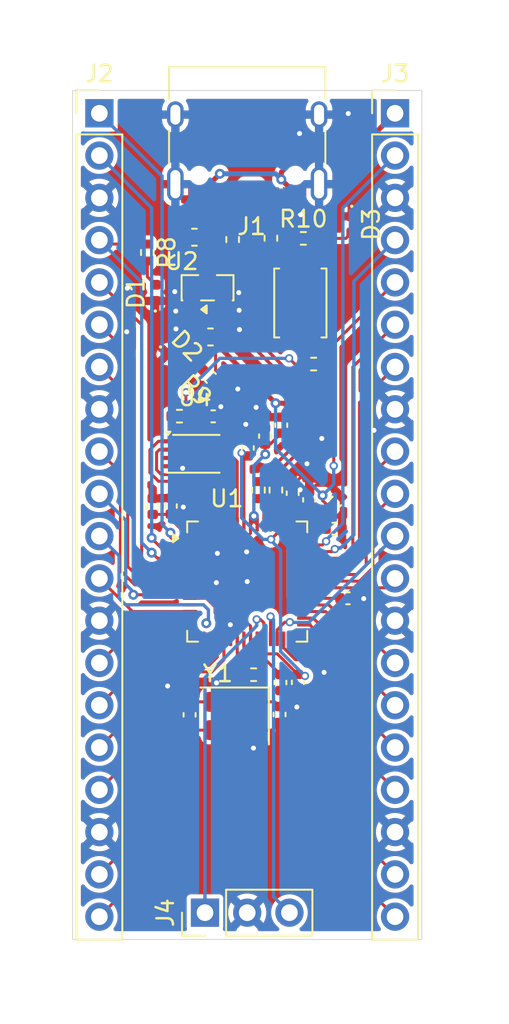
<source format=kicad_pcb>
(kicad_pcb (version 20241229) (generator "pcbnew") (generator_version "9.0")
  (layers (0 "F.Cu" signal) (2 "B.Cu" signal) (13 "F.Paste" user) (15 "B.Paste" user) (5 "F.SilkS" user "F.Silkscreen") (7 "B.SilkS" user "B.Silkscreen") (1 "F.Mask" user) (3 "B.Mask" user) (25 "Edge.Cuts" user))
  (net 0 "")
  (net 1 "GND")
  (net 2 "+3V3")
  (net 3 "+1V1")
  (net 4 "VBUS")
  (net 5 "XIN")
  (net 6 "Net-(C16-Pad2)")
  (net 7 "Net-(J1-CC2)")
  (net 8 "USB_D-")
  (net 9 "Net-(J1-CC1)")
  (net 10 "USB_D+")
  (net 11 "GPIO15")
  (net 12 "GPIO11")
  (net 13 "GPIO7")
  (net 14 "GPIO8")
  (net 15 "GPIO2")
  (net 16 "GPIO1")
  (net 17 "GPIO6")
  (net 18 "GPIO13")
  (net 19 "GPIO9")
  (net 20 "GPIO3")
  (net 21 "GPIO4")
  (net 22 "GPIO12")
  (net 23 "GPIO5")
  (net 24 "GPIO10")
  (net 25 "GPIO14")
  (net 26 "GPIO0")
  (net 27 "GPIO23")
  (net 28 "GPIO20")
  (net 29 "GPIO17")
  (net 30 "GPIO28_ADC2")
  (net 31 "GPIO21")
  (net 32 "GPIO18")
  (net 33 "GPIO19")
  (net 34 "GPIO16")
  (net 35 "GPIO26_ADC0")
  (net 36 "GPIO22")
  (net 37 "GPIO29_ADC3")
  (net 38 "GPIO24")
  (net 39 "RUN")
  (net 40 "GPIO27_ADC1")
  (net 41 "SWCLK")
  (net 42 "SWD")
  (net 43 "Net-(U1-USB_DP)")
  (net 44 "Net-(U1-USB_DM)")
  (net 45 "XOUT")
  (net 46 "Net-(R6-Pad1)")
  (net 47 "QSPI_SS")
  (net 49 "QSPI_SD2")
  (net 50 "QSPI_SD0")
  (net 51 "QSPI_SD3")
  (net 52 "QSPI_SD1")
  (net 53 "QSPI_SCLK")
  (net 54 "Net-(D1-A)")
  (net 55 "Net-(D2-A)")
  (net 56 "Net-(D3-A)")
  (footprint "Capacitor_SMD:C_0402_1005Metric" (layer "F.Cu") (at 178.83 76.18)
    (property "Reference" "C7" (hide yes))
    (property "Value" "0.1uF" (hide yes))
  )
  (footprint "Capacitor_SMD:C_0402_1005Metric" (layer "F.Cu") (at 174.72 83.16 90)
    (property "Reference" "C16" (hide yes))
    (property "Value" "33pF" (hide yes))
  )
  (footprint "Package_TO_SOT_SMD:SOT-23" (layer "F.Cu") (at 170.39 57.5275 90)
    (property "Reference" "U2")
    (property "Value" "MCP1700x-330xxTT" (hide yes))
  )
  (footprint "Capacitor_SMD:C_0402_1005Metric" (layer "F.Cu") (at 173.85 66.44 90)
    (property "Reference" "C4" (hide yes))
    (property "Value" "0.1uF" (hide yes))
  )
  (footprint "Capacitor_SMD:C_0603_1608Metric" (layer "F.Cu") (at 170.565 60.4825 180)
    (property "Reference" "C14" (hide yes))
    (property "Value" "10uF" (hide yes))
  )
  (footprint "Capacitor_SMD:C_0402_1005Metric" (layer "F.Cu") (at 178 72)
    (property "Reference" "C2" (hide yes))
    (property "Value" "0.1uF" (hide yes))
  )
  (footprint "Resistor_SMD:R_0402_1005Metric" (layer "F.Cu") (at 171.9 54.63 -90)
    (property "Reference" "R2" (hide yes))
    (property "Value" "5.1K" (hide yes))
  )
  (footprint "LED_SMD:LED_0402_1005Metric" (layer "F.Cu") (at 179.06 53.72 -90)
    (property "Reference" "D3")
    (property "Value" "LED")
  )
  (footprint "Capacitor_SMD:C_0402_1005Metric" (layer "F.Cu") (at 175.82 81.23 -90)
    (property "Reference" "C11" (hide yes))
    (property "Value" "0.1uF" (hide yes))
  )
  (footprint "Capacitor_SMD:C_0402_1005Metric" (layer "F.Cu") (at 167.09 70.66 90)
    (property "Reference" "C5" (hide yes))
    (property "Value" "0.1uF" (hide yes))
  )
  (footprint "LED_SMD:LED_0402_1005Metric" (layer "F.Cu") (at 167.25 57.83 90)
    (property "Reference" "D1")
    (property "Value" "LED")
  )
  (footprint "Capacitor_SMD:C_0402_1005Metric" (layer "F.Cu") (at 175.51 69.87 90)
    (property "Reference" "C12" (hide yes))
    (property "Value" "0.1uF" (hide yes))
  )
  (footprint "Capacitor_SMD:C_0402_1005Metric" (layer "F.Cu") (at 170.73 65.25)
    (property "Reference" "C17" (hide yes))
    (property "Value" "0.1uF" (hide yes))
  )
  (footprint "Capacitor_SMD:C_0402_1005Metric" (layer "F.Cu") (at 168.18 70.64 90)
    (property "Reference" "C6" (hide yes))
    (property "Value" "0.1uF" (hide yes))
  )
  (footprint "Capacitor_SMD:C_0402_1005Metric" (layer "F.Cu") (at 172.81 67.15 90)
    (property "Reference" "C10" (hide yes))
    (property "Value" "1uF" (hide yes))
  )
  (footprint "Resistor_SMD:R_0402_1005Metric" (layer "F.Cu") (at 176.15 54.56)
    (property "Reference" "R10")
    (property "Value" "1k")
  )
  (footprint "Resistor_SMD:R_0402_1005Metric" (layer "F.Cu") (at 176.77 62.11 180)
    (property "Reference" "R6" (hide yes))
    (property "Value" "1K" (hide yes))
  )
  (footprint "Resistor_SMD:R_0402_1005Metric" (layer "F.Cu") (at 174.2 54.55 -90)
    (property "Reference" "R1" (hide yes))
    (property "Value" "5.1K" (hide yes))
  )
  (footprint "Connector_PinHeader_2.54mm:PinHeader_1x20_P2.54mm_Vertical" (layer "F.Cu") (at 181.665 47.045)
    (property "Reference" "J3")
    (property "Value" "Conn_01x20")
  )
  (footprint "Resistor_SMD:R_0402_1005Metric" (layer "F.Cu") (at 170.51 62.86 135)
    (property "Reference" "R9")
    (property "Value" "330")
  )
  (footprint "Resistor_SMD:R_0402_1005Metric" (layer "F.Cu") (at 174.5 69.68 -90)
    (property "Reference" "R4" (hide yes))
    (property "Value" "27" (hide yes))
  )
  (footprint "Button_Switch_SMD:SW_Push_SPST_NO_Alps_SKRK" (layer "F.Cu") (at 175.97 58.44 -90)
    (property "Reference" "SW1" (hide yes))
    (property "Value" "SW_Push" (hide yes))
  )
  (footprint "Capacitor_SMD:C_0402_1005Metric" (layer "F.Cu") (at 178.089411 70.410589 45)
    (property "Reference" "C1" (hide yes))
    (property "Value" "1uF" (hide yes))
  )
  (footprint "Connector_USB:USB_C_Receptacle_HRO_TYPE-C-31-M-12" (layer "F.Cu") (at 172.775 48.175 180)
    (property "Reference" "J1")
    (property "Value" "USB_C_Receptacle_USB2.0_14P")
  )
  (footprint "Capacitor_SMD:C_0603_1608Metric" (layer "F.Cu") (at 169.6 54.49 180)
    (property "Reference" "C13" (hide yes))
    (property "Value" "10uF" (hide yes))
  )
  (footprint "Capacitor_SMD:C_0402_1005Metric" (layer "F.Cu") (at 174.82 65.78 90)
    (property "Reference" "C9" (hide yes))
    (property "Value" "0.1uF" (hide yes))
  )
  (footprint "Capacitor_SMD:C_0402_1005Metric" (layer "F.Cu") (at 169.31 83.18 -90)
    (property "Reference" "C15" (hide yes))
    (property "Value" "33pF" (hide yes))
  )
  (footprint "Package_DFN_QFN:QFN-56-1EP_7x7mm_P0.4mm_EP3.2x3.2mm" (layer "F.Cu") (at 172.775 75.175)
    (property "Reference" "U1")
    (property "Value" "RP2040" (hide yes))
  )
  (footprint "Capacitor_SMD:C_0402_1005Metric" (layer "F.Cu") (at 174.77 81.24 -90)
    (property "Reference" "C8" (hide yes))
    (property "Value" "0.1uF" (hide yes))
  )
  (footprint "Resistor_SMD:R_0402_1005Metric" (layer "F.Cu") (at 173.16 80.77 180)
    (property "Reference" "R5" (hide yes))
    (property "Value" "1K" (hide yes))
  )
  (footprint "Capacitor_SMD:C_0402_1005Metric" (layer "F.Cu") (at 176.5 70.27 90)
    (property "Reference" "C3" (hide yes))
    (property "Value" "0.1uF" (hide yes))
  )
  (footprint "LED_SMD:LED_0402_1005Metric" (layer "F.Cu") (at 168.33 61.85 -45)
    (property "Reference" "D2")
    (property "Value" "LED")
  )
  (footprint "Connector_PinHeader_2.54mm:PinHeader_1x03_P2.54mm_Vertical" (layer "F.Cu") (at 170.235 95.065 90)
    (property "Reference" "J4")
    (property "Value" "Conn_01x03" (hide yes))
  )
  (footprint "Connector_PinHeader_2.54mm:PinHeader_1x20_P2.54mm_Vertical" (layer "F.Cu") (at 163.885 47.045)
    (property "Reference" "J2")
    (property "Value" "Conn_01x20")
  )
  (footprint "Resistor_SMD:R_0402_1005Metric" (layer "F.Cu") (at 166.77 55.41 -90)
    (property "Reference" "R8")
    (property "Value" "330")
  )
  (footprint "Package_SON:Winbond_USON-8-1EP_3x2mm_P0.5mm_EP0.2x1.6mm" (layer "F.Cu") (at 169.5 67.5)
    (property "Reference" "U4")
    (property "Value" "W25Q16JVUXIQ TR")
  )
  (footprint "Resistor_SMD:R_0402_1005Metric" (layer "F.Cu") (at 173.45 69.68 -90)
    (property "Reference" "R3" (hide yes))
    (property "Value" "27" (hide yes))
  )
  (footprint "Resistor_SMD:R_0402_1005Metric" (layer "F.Cu") (at 168.7 65.24 180)
    (property "Reference" "R7" (hide yes))
    (property "Value" "10K" (hide yes))
  )
  (footprint "Crystal:Crystal_SMD_3225-4Pin_3.2x2.5mm" (layer "F.Cu") (at 172.02 83.25 180)
    (property "Reference" "Y1")
    (property "Value" "12 MHz" (hide yes))
  )
  (gr_rect (start 162.275 45.675) (end 183.275 96.675) (stroke (width 0.05)) (fill no) (layer "Edge.Cuts"))
  (segment (start 169.79 60.4825) (end 169.011606 60.4825) (width 0.18) (layer "F.Cu") (net 1))
  (segment (start 171.76 78.062226) (end 171.775 78.077226) (width 0.18) (layer "F.Cu") (net 1))
  (segment (start 170.92 82.4) (end 169.61 82.4) (width 0.18) (layer "F.Cu") (net 1))
  (segment (start 176.37 69.66) (end 176.5 69.79) (width 0.18) (layer "F.Cu") (net 1))
  (segment (start 178.428822 70.071178) (end 178.428822 71.948822) (width 0.18) (layer "F.Cu") (net 1))
  (segment (start 178.428822 71.948822) (end 178.48 72) (width 0.18) (layer "F.Cu") (net 1))
  (segment (start 176.9 69.39) (end 177.747644 69.39) (width 0.18) (layer "F.Cu") (net 1))
  (segment (start 168.89 68.37) (end 168.77 68.25) (width 0.18) (layer "F.Cu") (net 1))
  (segment (start 175.76 82.71) (end 175.76 81.77) (width 0.18) (layer "F.Cu") (net 1))
  (segment (start 176.5 69.79) (end 176.09 69.79) (width 0.18) (layer "F.Cu") (net 1))
  (segment (start 169.011606 60.4825) (end 167.987053 61.507053) (width 0.18) (layer "F.Cu") (net 1))
  (segment (start 171.19 64.67) (end 171.19 65.23) (width 0.18) (layer "F.Cu") (net 1))
  (segment (start 175.69 69.39) (end 175.96 69.66) (width 0.18) (layer "F.Cu") (net 1))
  (segment (start 173.12 84.1) (end 174.26 84.1) (width 0.18) (layer "F.Cu") (net 1))
  (segment (start 170.93 82.39) (end 170.92 82.4) (width 0.18) (layer "F.Cu") (net 1))
  (segment (start 176 53.14) (end 176 52.245) (width 0.18) (layer "F.Cu") (net 1))
  (segment (start 176.37 68.1) (end 176.37 69.66) (width 0.18) (layer "F.Cu") (net 1))
  (segment (start 168.93 70.7) (end 168.72 70.7) (width 0.18) (layer "F.Cu") (net 1))
  (segment (start 171.775 78.6125) (end 171.775 77.785) (width 0.18) (layer "F.Cu") (net 1))
  (segment (start 176.37 68.53) (end 175.51 69.39) (width 0.18) (layer "F.Cu") (net 1))
  (segment (start 171.775 77.785) (end 171.76 77.77) (width 0.18) (layer "F.Cu") (net 1))
  (segment (start 172.69 66.55) (end 172.81 66.67) (width 0.18) (layer "F.Cu") (net 1))
  (segment (start 176 52.245) (end 176.025 52.22) (width 0.18) (layer "F.Cu") (net 1))
  (segment (start 177.747644 69.39) (end 178.428822 70.071178) (width 0.18) (layer "F.Cu") (net 1))
  (segment (start 173.62 65.73) (end 173.85 65.96) (width 0.18) (layer "F.Cu") (net 1))
  (segment (start 174.78 81.71) (end 174.77 81.72) (width 0.18) (layer "F.Cu") (net 1))
  (segment (start 176.09 69.79) (end 175.96 69.66) (width 0.18) (layer "F.Cu") (net 1))
  (segment (start 170.93 81.26) (end 170.93 82.39) (width 0.18) (layer "F.Cu") (net 1))
  (segment (start 176.5 69.79) (end 176.9 69.39) (width 0.18) (layer "F.Cu") (net 1))
  (segment (start 179.78 76.2) (end 179.33 76.2) (width 0.18) (layer "F.Cu") (net 1))
  (segment (start 179.33 76.2) (end 179.31 76.18) (width 0.18) (layer "F.Cu") (net 1))
  (segment (start 173.31 65.42) (end 173.85 65.96) (width 0.18) (layer "F.Cu") (net 1))
  (segment (start 171.76 77.77) (end 171.76 78.062226) (width 0.18) (layer "F.Cu") (net 1))
  (segment (start 168.77 68.25) (end 168.075 68.25) (width 0.18) (layer "F.Cu") (net 1))
  (segment (start 169.61 82.4) (end 169.31 82.7) (width 0.18) (layer "F.Cu") (net 1))
  (segment (start 175.51 69.39) (end 175.69 69.39) (width 0.18) (layer "F.Cu") (net 1))
  (segment (start 175.82 81.71) (end 174.78 81.71) (width 0.18) (layer "F.Cu") (net 1))
  (segment (start 172.69 65.73) (end 173.62 65.73) (width 0.18) (layer "F.Cu") (net 1))
  (segment (start 173.31 64.71) (end 173.31 65.42) (width 0.18) (layer "F.Cu") (net 1))
  (segment (start 173.9 65.3) (end 174.82 65.3) (width 0.18) (layer "F.Cu") (net 1))
  (segment (start 172.69 65.73) (end 172.69 66.55) (width 0.18) (layer "F.Cu") (net 1))
  (segment (start 175.76 82.71) (end 174.77 81.72) (width 0.18) (layer "F.Cu") (net 1))
  (segment (start 171.19 65.23) (end 171.21 65.25) (width 0.18) (layer "F.Cu") (net 1))
  (segment (start 173.31 64.71) (end 173.9 65.3) (width 0.18) (layer "F.Cu") (net 1))
  (segment (start 174.26 84.1) (end 174.72 83.64) (width 0.18) (layer "F.Cu") (net 1))
  (segment (start 175.76 81.77) (end 175.82 81.71) (width 0.18) (layer "F.Cu") (net 1))
  (segment (start 176.37 68.1) (end 176.37 68.53) (width 0.18) (layer "F.Cu") (net 1))
  (segment (start 168.72 70.7) (end 168.18 70.16) (width 0.18) (layer "F.Cu") (net 1))
  (via (at 172.775 75.175) (size 0.6) (drill 0.3) (layers "F.Cu" "B.Cu") (net 1))
  (via (at 173.31 64.71) (size 0.6) (drill 0.3) (layers "F.Cu" "B.Cu") (net 1))
  (via (at 172.29 58.88) (size 0.6) (drill 0.3) (layers "F.Cu" "B.Cu") (net 1))
  (via (at 165.56 57.55) (size 0.6) (drill 0.3) (layers "F.Cu" "B.Cu") (net 1))
  (via (at 175.92 48.26) (size 0.6) (drill 0.3) (layers "F.Cu" "B.Cu") (net 1))
  (via (at 177.26 66.58) (size 0.6) (drill 0.3) (layers "F.Cu" "B.Cu") (net 1))
  (via (at 180.4 66.09) (size 0.6) (drill 0.3) (layers "F.Cu" "B.Cu") (net 1))
  (via (at 175.76 82.71) (size 0.6) (drill 0.3) (layers "F.Cu" "B.Cu") (net 1))
  (via (at 172.69 65.73) (size 0.6) (drill 0.3) (layers "F.Cu" "B.Cu") (net 1))
  (via (at 170.98 73.48) (size 0.6) (drill 0.3) (layers "F.Cu" "B.Cu") (net 1))
  (via (at 173.15 85.18) (size 0.6) (drill 0.3) (layers "F.Cu" "B.Cu") (net 1))
  (via (at 172.74 73.39) (size 0.5) (drill 0.3) (layers "F.Cu" "B.Cu") (net 1))
  (via (at 170.93 81.26) (size 0.6) (drill 0.3) (layers "F.Cu" "B.Cu") (net 1))
  (via (at 177.4 80.63) (size 0.6) (drill 0.3) (layers "F.Cu" "B.Cu") (net 1))
  (via (at 176 53.14) (size 0.6) (drill 0.3) (layers "F.Cu" "B.Cu") (net 1))
  (via (at 165.53 60.17) (size 0.6) (drill 0.3) (layers "F.Cu" "B.Cu") (net 1))
  (via (at 170.92 75.24) (size 0.6) (drill 0.3) (layers "F.Cu" "B.Cu") (net 1))
  (via (at 168.48 58.93) (size 0.6) (drill 0.3) (layers "F.Cu" "B.Cu") (net 1))
  (via (at 172.21 63.61) (size 0.6) (drill 0.3) (layers "F.Cu" "B.Cu") (net 1))
  (via (at 179.78 76.2) (size 0.6) (drill 0.3) (layers "F.Cu" "B.Cu") (net 1))
  (via (at 168.42 57.76) (size 0.6) (drill 0.3) (layers "F.Cu" "B.Cu") (net 1))
  (via (at 168.49 60) (size 0.6) (drill 0.3) (layers "F.Cu" "B.Cu") (net 1))
  (via (at 171.19 64.67) (size 0.6) (drill 0.3) (layers "F.Cu" "B.Cu") (net 1))
  (via (at 178.85 47.06) (size 0.6) (drill 0.3) (layers "F.Cu" "B.Cu") (net 1))
  (via (at 176.37 68.1) (size 0.6) (drill 0.3) (layers "F.Cu" "B.Cu") (net 1))
  (via (at 172.27 57.82) (size 0.6) (drill 0.3) (layers "F.Cu" "B.Cu") (net 1))
  (via (at 172.31 60.04) (size 0.6) (drill 0.3) (layers "F.Cu" "B.Cu") (net 1))
  (via (at 167.99 81.45) (size 0.6) (drill 0.3) (layers "F.Cu" "B.Cu") (net 1))
  (via (at 171.76 77.77) (size 0.5) (drill 0.3) (layers "F.Cu" "B.Cu") (net 1))
  (via (at 168.93 70.7) (size 0.5) (drill 0.3) (layers "F.Cu" "B.Cu") (net 1))
  (via (at 168.89 68.37) (size 0.6) (drill 0.3) (layers "F.Cu" "B.Cu") (net 1))
  (via (at 175.96 69.66) (size 0.5) (drill 0.3) (layers "F.Cu" "B.Cu") (net 1))
  (segment (start 172.21 63.61) (end 173.31 64.71) (width 0.2) (layer "B.Cu") (net 1))
  (segment (start 170.69 72.575) (end 170.09 72.575) (width 0.18) (layer "F.Cu") (net 2))
  (segment (start 171.34 58.465) (end 171.34 59.57) (width 0.3) (layer "F.Cu") (net 2))
  (segment (start 173.85 66.92) (end 173.85 67.52) (width 0.18) (layer "F.Cu") (net 2))
  (segment (start 177.22 76.18) (end 178.35 76.18) (width 0.18) (layer "F.Cu") (net 2))
  (segment (start 177.215 76.175) (end 177.22 76.18) (width 0.18) (layer "F.Cu") (net 2))
  (segment (start 170.31489 76.174) (end 170.841 76.70011) (width 0.18) (layer "F.Cu") (net 2))
  (segment (start 173.194346 63.905) (end 173.925 63.905) (width 0.3) (layer "F.Cu") (net 2))
  (segment (start 171.017 77.219) (end 172.339 77.219) (width 0.18) (layer "F.Cu") (net 2))
  (segment (start 175.375 71.7375) (end 174.975 71.7375) (width 0.18) (layer "F.Cu") (net 2))
  (segment (start 177.75 71.77) (end 177.52 72) (width 0.18) (layer "F.Cu") (net 2))
  (segment (start 172.975 77.855) (end 172.975 78.6125) (width 0.18) (layer "F.Cu") (net 2))
  (segment (start 170.870624 63.220624) (end 170.870624 60.951876) (width 0.18) (layer "F.Cu") (net 2))
  (segment (start 177.52 72) (end 176.7875 72) (width 0.18) (layer "F.Cu") (net 2))
  (segment (start 174.86826 66.26) (end 175.481 65.64726) (width 0.3) (layer "F.Cu") (net 2))
  (segment (start 177.977 60.893) (end 177.977 68.22) (width 0.18) (layer "F.Cu") (net 2))
  (segment (start 176.5 70.75) (end 177.75 70.75) (width 0.18) (layer "F.Cu") (net 2))
  (segment (start 173.175 71.237667) (end 173.175 71.5375) (width 0.18) (layer "F.Cu") (net 2))
  (segment (start 173.28 79.92) (end 173.93 79.92) (width 0.18) (layer "F.Cu") (net 2))
  (segment (start 177.306527 70.306527) (end 177.75 70.75) (width 0.18) (layer "F.Cu") (net 2))
  (segment (start 169.871774 76.174) (end 170.31489 76.174) (width 0.18) (layer "F.Cu") (net 2))
  (segment (start 172.975 78.6125) (end 172.975 79.615) (width 0.18) (layer "F.Cu") (net 2))
  (segment (start 167.09 71.14) (end 168.16 71.14) (width 0.18) (layer "F.Cu") (net 2))
  (segment (start 173.175 71.5375) (end 172.975 71.7375) (width 0.18) (layer "F.Cu") (net 2))
  (segment (start 175.677226 72.575) (end 176.2125 72.575) (width 0.18) (layer "F.Cu") (net 2))
  (segment (start 171.291 59.521) (end 171.34 59.57) (width 0.18) (layer "F.Cu") (net 2))
  (segment (start 178.84 60.03) (end 177.977 60.893) (width 0.18) (layer "F.Cu") (net 2))
  (segment (start 175.545 76.175) (end 175.474 76.104) (width 0.18) (layer "F.Cu") (net 2))
  (segment (start 170.925 66.75) (end 171.841 65.834) (width 0.3) (layer "F.Cu") (net 2))
  (segment (start 175.474 76.104) (end 175.474 72.778226) (width 0.18) (layer "F.Cu") (net 2))
  (segment (start 170.24 65.24) (end 170.25 65.25) (width 0.18) (layer "F.Cu") (net 2))
  (segment (start 174.16 66.92) (end 174.82 66.26) (width 0.18) (layer "F.Cu") (net 2))
  (segment (start 169.872774 76.175) (end 169.871774 76.174) (width 0.18) (layer "F.Cu") (net 2))
  (segment (start 168.18 71.12) (end 168.18 71.4175) (width 0.18) (layer "F.Cu") (net 2))
  (segment (start 170.25 66.075) (end 170.925 66.75) (width 0.18) (layer "F.Cu") (net 2))
  (segment (start 177.306527 70.002622) (end 177.306527 70.306527) (width 0.18) (layer "F.Cu") (net 2))
  (segment (start 175.474 72.778226) (end 175.677226 72.575) (width 0.18) (layer "F.Cu") (net 2))
  (segment (start 170.25 65.25) (end 170.25 66.075) (width 0.18) (layer "F.Cu") (net 2))
  (segment (start 173.93 79.92) (end 174.77 80.76) (width 0.18) (layer "F.Cu") (net 2))
  (segment (start 173.85 67.52) (end 173.860565 67.530565) (width 0.18) (layer "F.Cu") (net 2))
  (segment (start 176.7875 72) (end 176.2125 72.575) (width 0.18) (layer "F.Cu") (net 2))
  (segment (start 173.175 71.5375) (end 173.375 71.7375) (width 0.18) (layer "F.Cu") (net 2))
  (segment (start 172.672774 72.575) (end 172.975 72.272774) (width 0.18) (layer "F.Cu") (net 2))
  (segment (start 176.2125 76.175) (end 175.545 76.175) (width 0.18) (layer "F.Cu") (net 2))
  (segment (start 168.16 71.14) (end 168.18 71.12) (width 0.18) (layer "F.Cu") (net 2))
  (segment (start 181.665 57.205) (end 178.84 60.03) (width 0.18) (layer "F.Cu") (net 2))
  (segment (start 175.481 64.95274) (end 174.98826 64.46) (width 0.3) (layer "F.Cu") (net 2))
  (segment (start 177.75 70.75) (end 177.75 71.77) (width 0.18) (layer "F.Cu") (net 2))
  (segment (start 168.18 71.4175) (end 169.3375 72.575) (width 0.18) (layer "F.Cu") (net 2))
  (segment (start 170.09 75.957774) (end 170.09 72.575) (width 0.18) (layer "F.Cu") (net 2))
  (segment (start 172.339 77.219) (end 172.975 77.855) (width 0.18) (layer "F.Cu") (net 2))
  (segment (start 170.841 77.043) (end 171.017 77.219) (width 0.18) (layer "F.Cu") (net 2))
  (segment (start 169.872774 76.175) (end 170.09 75.957774) (width 0.18) (layer "F.Cu") (net 2))
  (segment (start 174.82 66.26) (end 174.86826 66.26) (width 0.3) (layer "F.Cu") (net 2))
  (segment (start 170.841 76.70011) (end 170.841 77.043) (width 0.18) (layer "F.Cu") (net 2))
  (segment (start 173.85 66.92) (end 174.16 66.92) (width 0.18) (layer "F.Cu") (net 2))
  (segment (start 175.481 65.64726) (end 175.481 64.95274) (width 0.3) (layer "F.Cu") (net 2))
  (segment (start 171.34 60.4825) (end 171.34 61.32) (width 0.3) (layer "F.Cu") (net 2))
  (segment (start 176.5 70.75) (end 176.3625 70.75) (width 0.18) (layer "F.Cu") (net 2))
  (segment (start 171.841 65.258346) (end 173.194346 63.905) (width 0.3) (layer "F.Cu") (net 2))
  (segment (start 172.672774 72.575) (end 170.69 72.575) (width 0.18) (layer "F.Cu") (net 2))
  (segment (start 172.975 72.272774) (end 172.975 71.7375) (width 0.18) (layer "F.Cu") (net 2))
  (segment (start 172.975 79.615) (end 173.28 79.92) (width 0.18) (layer "F.Cu") (net 2))
  (segment (start 170.09 72.575) (end 169.3375 72.575) (width 0.18) (layer "F.Cu") (net 2))
  (segment (start 170.870624 60.951876) (end 171.34 60.4825) (width 0.18) (layer "F.Cu") (net 2))
  (segment (start 176.3625 70.75) (end 175.375 71.7375) (width 0.18) (layer "F.Cu") (net 2))
  (segment (start 169.21 65.24) (end 170.24 65.24) (width 0.18) (layer "F.Cu") (net 2))
  (segment (start 171.841 65.834) (end 171.841 65.258346) (width 0.3) (layer "F.Cu") (net 2))
  (segment (start 173.925 63.905) (end 174.48 64.46) (width 0.3) (layer "F.Cu") (net 2))
  (segment (start 171.34 59.57) (end 171.34 60.4825) (width 0.3) (layer "F.Cu") (net 2))
  (segment (start 174.98826 64.46) (end 174.48 64.46) (width 0.3) (layer "F.Cu") (net 2))
  (segment (start 169.3375 76.175) (end 169.872774 76.175) (width 0.18) (layer "F.Cu") (net 2))
  (segment (start 171.34 61.32) (end 173.925 63.905) (width 0.3) (layer "F.Cu") (net 2))
  (segment (start 176.2125 76.175) (end 177.215 76.175) (width 0.18) (layer "F.Cu") (net 2))
  (via (at 177.977 68.22) (size 0.5) (drill 0.3) (layers "F.Cu" "B.Cu") (net 2))
  (via (at 173.860565 67.530565) (size 0.6) (drill 0.3) (layers "F.Cu" "B.Cu") (net 2))
  (via (at 173.175 71.237667) (size 0.6) (drill 0.3) (layers "F.Cu" "B.Cu") (net 2))
  (via (at 177.306527 70.002622) (size 0.6) (drill 0.3) (layers "F.Cu" "B.Cu") (net 2))
  (via (at 174.48 64.46) (size 0.6) (drill 0.3) (layers "F.Cu" "B.Cu") (net 2))
  (segment (start 177.977 68.22) (end 177.977 69.332149) (width 0.2) (layer "B.Cu") (net 2))
  (segment (start 174.48 67.176095) (end 177.306527 70.002622) (width 0.2) (layer "B.Cu") (net 2))
  (segment (start 177.977 69.332149) (end 177.306527 70.002622) (width 0.2) (layer "B.Cu") (net 2))
  (segment (start 173.175 68.21613) (end 173.175 71.237667) (width 0.2) (layer "B.Cu") (net 2))
  (segment (start 173.175 68.21613) (end 173.860565 67.530565) (width 0.2) (layer "B.Cu") (net 2))
  (segment (start 174.48 64.46) (end 174.48 67.176095) (width 0.2) (layer "B.Cu") (net 2))
  (segment (start 176.245 80.845) (end 175.915 80.845) (width 0.18) (layer "F.Cu") (net 3))
  (segment (start 175.28 70.35) (end 174.575 71.055) (width 0.18) (layer "F.Cu") (net 3))
  (segment (start 174.575 71.055) (end 174.575 71.7375) (width 0.18) (layer "F.Cu") (net 3))
  (segment (start 173.376 79.226) (end 173.376 79.148774) (width 0.18) (layer "F.Cu") (net 3))
  (segment (start 175.82 80.75) (end 174.589 79.519) (width 0.18) (layer "F.Cu") (net 3))
  (segment (start 175.915 80.845) (end 175.82 80.75) (width 0.18) (layer "F.Cu") (net 3))
  (segment (start 175.51 70.35) (end 175.28 70.35) (width 0.18) (layer "F.Cu") (net 3))
  (segment (start 172.632266 67.452266) (end 172.81 67.63) (width 0.18) (layer "F.Cu") (net 3))
  (segment (start 174.575 71.7375) (end 174.575 72.275) (width 0.18) (layer "F.Cu") (net 3))
  (segment (start 172.575 71.011) (end 172.576 71.01) (width 0.18) (layer "F.Cu") (net 3))
  (segment (start 172.576 67.824) (end 172.576 71.01) (width 0.18) (layer "F.Cu") (net 3))
  (segment (start 172.437983 67.452266) (end 172.632266 67.452266) (width 0.18) (layer "F.Cu") (net 3))
  (segment (start 173.375 79.225) (end 173.376 79.226) (width 0.18) (layer "F.Cu") (net 3))
  (segment (start 172.575 71.7375) (end 172.575 71.011) (width 0.18) (layer "F.Cu") (net 3))
  (segment (start 172.77 67.63) (end 172.576 67.824) (width 0.18) (layer "F.Cu") (net 3))
  (segment (start 174.589 79.519) (end 173.669 79.519) (width 0.18) (layer "F.Cu") (net 3))
  (segment (start 174.575 72.275) (end 174.21 72.64) (width 0.18) (layer "F.Cu") (net 3))
  (segment (start 173.669 79.519) (end 173.376 79.226) (width 0.18) (layer "F.Cu") (net 3))
  (segment (start 173.375 78.6125) (end 173.375 79.225) (width 0.18) (layer "F.Cu") (net 3))
  (segment (start 172.576 71.01) (end 172.576 71.201226) (width 0.18) (layer "F.Cu") (net 3))
  (segment (start 172.81 67.63) (end 172.77 67.63) (width 0.18) (layer "F.Cu") (net 3))
  (via (at 176.245 80.845) (size 0.5) (drill 0.3) (layers "F.Cu" "B.Cu") (net 3))
  (via (at 172.437983 67.452266) (size 0.5) (drill 0.3) (layers "F.Cu" "B.Cu") (net 3))
  (via (at 174.21 72.64) (size 0.5) (drill 0.3) (layers "F.Cu" "B.Cu") (net 3))
  (segment (start 174.786589 73.286532) (end 174.21 72.709943) (width 0.2) (layer "B.Cu") (net 3))
  (segment (start 172.437983 71.350593) (end 172.437983 67.452266) (width 0.2) (layer "B.Cu") (net 3))
  (segment (start 174.21 72.709943) (end 174.21 72.64) (width 0.2) (layer "B.Cu") (net 3))
  (segment (start 176.245 80.845) (end 174.786589 79.386589) (width 0.2) (layer "B.Cu") (net 3))
  (segment (start 173.72739 72.64) (end 172.437983 71.350593) (width 0.2) (layer "B.Cu") (net 3))
  (segment (start 174.21 72.64) (end 173.72739 72.64) (width 0.2) (layer "B.Cu") (net 3))
  (segment (start 174.786589 79.386589) (end 174.786589 73.286532) (width 0.2) (layer "B.Cu") (net 3))
  (segment (start 174.82437 51.017833) (end 174.82437 50.588911) (width 0.3) (layer "F.Cu") (net 4))
  (segment (start 170.325 56.525) (end 170.39 56.59) (width 0.3) (layer "F.Cu") (net 4))
  (segment (start 175.225 54.145) (end 175.64 54.56) (width 0.18) (layer "F.Cu") (net 4))
  (segment (start 175.225 52.22) (end 174.989 51.984) (width 0.18) (layer "F.Cu") (net 4))
  (segment (start 174.82437 50.588911) (end 176.773281 48.64) (width 0.3) (layer "F.Cu") (net 4))
  (segment (start 170.275 56.3275) (end 170.57 56.6225) (width 0.18) (layer "F.Cu") (net 4))
  (segment (start 174.82437 51.017833) (end 175.225 51.418463) (width 0.3) (layer "F.Cu") (net 4))
  (segment (start 170.37 52.265) (end 170.325 52.22) (width 0.18) (layer "F.Cu") (net 4))
  (segment (start 170.325 51.485) (end 171.13 50.68) (width 0.3) (layer "F.Cu") (net 4))
  (segment (start 175.225 51.418463) (end 175.225 52.22) (width 0.3) (layer "F.Cu") (net 4))
  (segment (start 176.773281 48.64) (end 180.07 48.64) (width 0.3) (layer "F.Cu") (net 4))
  (segment (start 180.07 48.64) (end 181.665 47.045) (width 0.3) (layer "F.Cu") (net 4))
  (segment (start 170.325 52.22) (end 170.325 51.485) (width 0.3) (layer "F.Cu") (net 4))
  (segment (start 170.325 52.22) (end 170.325 56.525) (width 0.3) (layer "F.Cu") (net 4))
  (segment (start 175.225 52.22) (end 175.225 54.145) (width 0.18) (layer "F.Cu") (net 4))
  (via (at 174.82437 51.017833) (size 0.6) (drill 0.3) (layers "F.Cu" "B.Cu") (net 4))
  (via (at 171.13 50.68) (size 0.6) (drill 0.3) (layers "F.Cu" "B.Cu") (net 4))
  (segment (start 174.486537 50.68) (end 174.82437 51.017833) (width 0.3) (layer "B.Cu") (net 4))
  (segment (start 171.13 50.68) (end 174.486537 50.68) (width 0.3) (layer "B.Cu") (net 4))
  (segment (start 172 83.02) (end 172 80.37) (width 0.18) (layer "F.Cu") (net 5))
  (segment (start 170.92 84.1) (end 169.75 84.1) (width 0.18) (layer "F.Cu") (net 5))
  (segment (start 172.175 80.195) (end 172 80.37) (width 0.18) (layer "F.Cu") (net 5))
  (segment (start 172.175 78.6125) (end 172.175 80.195) (width 0.18) (layer "F.Cu") (net 5))
  (segment (start 170.92 84.1) (end 172 83.02) (width 0.18) (layer "F.Cu") (net 5))
  (segment (start 169.75 84.1) (end 169.31 83.66) (width 0.18) (layer "F.Cu") (net 5))
  (segment (start 174.44 82.4) (end 174.72 82.68) (width 0.18) (layer "F.Cu") (net 6))
  (segment (start 173.67 80.77) (end 173.67 81.85) (width 0.18) (layer "F.Cu") (net 6))
  (segment (start 173.12 82.4) (end 174.44 82.4) (width 0.18) (layer "F.Cu") (net 6))
  (segment (start 173.67 81.85) (end 173.12 82.4) (width 0.18) (layer "F.Cu") (net 6))
  (segment (start 171.9 54.12) (end 171.025 53.245) (width 0.18) (layer "F.Cu") (net 7))
  (segment (start 171.025 53.245) (end 171.025 52.22) (width 0.18) (layer "F.Cu") (net 7))
  (segment (start 173.5 52.82) (end 173.525 52.795) (width 0.2) (layer "F.Cu") (net 8))
  (segment (start 174.5 68.756397) (end 176.515 66.741397) (width 0.2) (layer "F.Cu") (net 8))
  (segment (start 176.515 66.741397) (end 176.515 63.816802) (width 0.2) (layer "F.Cu") (net 8))
  (segment (start 173.5 53.456845) (end 173.5 52.82) (width 0.2) (layer "F.Cu") (net 8))
  (segment (start 172.525 52.22) (end 172.525 51.243) (width 0.2) (layer "F.Cu") (net 8))
  (segment (start 172.525 52.22) (end 172.574 52.269) (width 0.2) (layer "F.Cu") (net 8))
  (segment (start 176.515 63.816802) (end 173.497039 60.798841) (width 0.2) (layer "F.Cu") (net 8))
  (segment (start 172.525 51.243) (end 172.574 51.194) (width 0.2) (layer "F.Cu") (net 8))
  (segment (start 172.574 51.194) (end 173.476 51.194) (width 0.2) (layer "F.Cu") (net 8))
  (segment (start 173.497039 53.459806) (end 173.5 53.456845) (width 0.2) (layer "F.Cu") (net 8))
  (segment (start 173.476 51.194) (end 173.525 51.243) (width 0.2) (layer "F.Cu") (net 8))
  (segment (start 172.574 52.269) (end 172.574 52.75) (width 0.2) (layer "F.Cu") (net 8))
  (segment (start 173.525 52.795) (end 173.525 52.22) (width 0.2) (layer "F.Cu") (net 8))
  (segment (start 174.5 69.17) (end 174.5 68.756397) (width 0.2) (layer "F.Cu") (net 8))
  (segment (start 173.497039 60.798841) (end 173.497039 53.459806) (width 0.2) (layer "F.Cu") (net 8))
  (segment (start 173.525 51.243) (end 173.525 52.22) (width 0.2) (layer "F.Cu") (net 8))
  (segment (start 174.2 54.04) (end 174.025 53.865) (width 0.18) (layer "F.Cu") (net 9))
  (segment (start 174.025 53.865) (end 174.025 52.22) (width 0.18) (layer "F.Cu") (net 9))
  (segment (start 176.065 64.003198) (end 176.065 66.555) (width 0.2) (layer "F.Cu") (net 10))
  (segment (start 173.047039 60.985237) (end 176.065 64.003198) (width 0.2) (layer "F.Cu") (net 10))
  (segment (start 172.025 52.22) (end 172.025 53.197) (width 0.2) (layer "F.Cu") (net 10))
  (segment (start 173.047039 57.729979) (end 173.047039 60.985237) (width 0.2) (layer "F.Cu") (net 10))
  (segment (start 173.025 52.22) (end 173.025 52.795) (width 0.2) (layer "F.Cu") (net 10))
  (segment (start 176.065 66.555) (end 173.45 69.17) (width 0.2) (layer "F.Cu") (net 10))
  (segment (start 172.074 53.246) (end 172.976 53.246) (width 0.2) (layer "F.Cu") (net 10))
  (segment (start 172.976 53.246) (end 173.025 53.197) (width 0.2) (layer "F.Cu") (net 10))
  (segment (start 173.05 52.82) (end 173.05 53.284639) (width 0.2) (layer "F.Cu") (net 10))
  (segment (start 173.047039 57.05) (end 173.047039 57.729979) (width 0.2) (layer "F.Cu") (net 10))
  (segment (start 173.025 53.197) (end 173.025 52.22) (width 0.2) (layer "F.Cu") (net 10))
  (segment (start 173.025 52.795) (end 173.05 52.82) (width 0.2) (layer "F.Cu") (net 10))
  (segment (start 173.05 53.284639) (end 173.047039 53.2876) (width 0.2) (layer "F.Cu") (net 10))
  (segment (start 173.047039 53.2876) (end 173.047039 56.19) (width 0.2) (layer "F.Cu") (net 10))
  (segment (start 172.787039 56.45) (end 172.787039 56.62) (width 0.2) (layer "F.Cu") (net 10))
  (segment (start 172.025 53.197) (end 172.074 53.246) (width 0.2) (layer "F.Cu") (net 10))
  (segment (start 173.047039 56.88) (end 173.047039 57.05) (width 0.2) (layer "F.Cu") (net 10))
  (arc (start 173.047039 56.19) (mid 173.008963 56.281924) (end 172.917039 56.32) (width 0.2) (layer "F.Cu") (net 10))
  (arc (start 172.917039 56.75) (mid 173.008963 56.788076) (end 173.047039 56.88) (width 0.2) (layer "F.Cu") (net 10))
  (arc (start 172.917039 56.32) (mid 172.825115 56.358076) (end 172.787039 56.45) (width 0.2) (layer "F.Cu") (net 10))
  (arc (start 172.787039 56.62) (mid 172.825115 56.711924) (end 172.917039 56.75) (width 0.2) (layer "F.Cu") (net 10))
  (segment (start 171.375 78.6125) (end 171.375 79.678) (width 0.18) (layer "F.Cu") (net 11))
  (segment (start 167.4851 80.602) (end 170.64975 80.602) (width 0.18) (layer "F.Cu") (net 11))
  (segment (start 163.885 95.305) (end 167.151 92.039) (width 0.18) (layer "F.Cu") (net 11))
  (segment (start 171.377 79.68) (end 171.377 79.149774) (width 0.18) (layer "F.Cu") (net 11))
  (segment (start 171.377 79.87475) (end 171.377 79.68) (width 0.18) (layer "F.Cu") (net 11))
  (segment (start 167.151 80.9361) (end 167.4851 80.602) (width 0.18) (layer "F.Cu") (net 11))
  (segment (start 170.64975 80.602) (end 171.377 79.87475) (width 0.18) (layer "F.Cu") (net 11))
  (segment (start 171.375 79.678) (end 171.377 79.68) (width 0.18) (layer "F.Cu") (net 11))
  (segment (start 167.151 92.039) (end 167.151 80.9361) (width 0.18) (layer "F.Cu") (net 11))
  (segment (start 165.53 80.96) (end 165.53 78.9871) (width 0.18) (layer "F.Cu") (net 12))
  (segment (start 166.7401 77.777) (end 169.3355 77.777) (width 0.18) (layer "F.Cu") (net 12))
  (segment (start 165.53 78.9871) (end 166.7401 77.777) (width 0.18) (layer "F.Cu") (net 12))
  (segment (start 163.885 82.605) (end 165.53 80.96) (width 0.18) (layer "F.Cu") (net 12))
  (segment (start 169.3355 77.777) (end 169.3375 77.775) (width 0.18) (layer "F.Cu") (net 12))
  (segment (start 165.926329 75.968412) (end 168.251588 75.968412) (width 0.18) (layer "F.Cu") (net 13))
  (segment (start 168.251588 75.968412) (end 168.445 75.775) (width 0.18) (layer "F.Cu") (net 13))
  (segment (start 168.445 75.775) (end 169.3375 75.775) (width 0.18) (layer "F.Cu") (net 13))
  (via (at 165.926329 75.968412) (size 0.6) (drill 0.3) (layers "F.Cu" "B.Cu") (net 13))
  (segment (start 165.471 75.341) (end 165.471 71.491) (width 0.2) (layer "B.Cu") (net 13))
  (segment (start 165.91 75.78) (end 165.926329 75.796329) (width 0.2) (layer "B.Cu") (net 13))
  (segment (start 165.926329 75.796329) (end 165.926329 75.968412) (width 0.2) (layer "B.Cu") (net 13))
  (segment (start 165.91 75.78) (end 165.471 75.341) (width 0.2) (layer "B.Cu") (net 13))
  (segment (start 165.471 71.491) (end 163.885 69.905) (width 0.2) (layer "B.Cu") (net 13))
  (segment (start 170.312597 77.681881) (end 170.312597 77.607403) (width 0.18) (layer "F.Cu") (net 14))
  (segment (start 170.44 77.48) (end 170.44 76.86621) (width 0.18) (layer "F.Cu") (net 14))
  (segment (start 170.312597 77.607403) (end 170.44 77.48) (width 0.18) (layer "F.Cu") (net 14))
  (segment (start 170.44 76.86621) (end 170.14879 76.575) (width 0.18) (layer "F.Cu") (net 14))
  (segment (start 170.14879 76.575) (end 169.3375 76.575) (width 0.18) (layer "F.Cu") (net 14))
  (via (at 170.312597 77.681881) (size 0.6) (drill 0.3) (layers "F.Cu" "B.Cu") (net 14))
  (segment (start 170.44 77.48) (end 170.44 76.86621) (width 0.2) (layer "B.Cu") (net 14))
  (segment (start 170.312597 77.681881) (end 170.312597 77.607403) (width 0.2) (layer "B.Cu") (net 14))
  (segment (start 165.46 76.57) (end 165.07 76.18) (width 0.2) (layer "B.Cu") (net 14))
  (segment (start 165.07 73.63) (end 163.885 72.445) (width 0.2) (layer "B.Cu") (net 14))
  (segment (start 170.14379 76.57) (end 165.46 76.57) (width 0.2) (layer "B.Cu") (net 14))
  (segment (start 170.44 76.86621) (end 170.14379 76.57) (width 0.2) (layer "B.Cu") (net 14))
  (segment (start 165.07 76.18) (end 165.07 73.63) (width 0.2) (layer "B.Cu") (net 14))
  (segment (start 170.312597 77.607403) (end 170.44 77.48) (width 0.2) (layer "B.Cu") (net 14))
  (segment (start 167.379 73.773) (end 167.7261 73.773) (width 0.18) (layer "F.Cu") (net 15))
  (segment (start 167.7261 73.773) (end 167.7281 73.775) (width 0.18) (layer "F.Cu") (net 15))
  (segment (start 164.12 54.9) (end 163.885 54.665) (width 0.18) (layer "F.Cu") (net 15))
  (segment (start 167.045999 73.439999) (end 167.379 73.773) (width 0.18) (layer "F.Cu") (net 15))
  (segment (start 166.77 54.9) (end 164.12 54.9) (width 0.18) (layer "F.Cu") (net 15))
  (segment (start 167.7281 73.775) (end 169.3375 73.775) (width 0.18) (layer "F.Cu") (net 15))
  (segment (start 167.03 73.439999) (end 167.045999 73.439999) (width 0.18) (layer "F.Cu") (net 15))
  (via (at 167.03 73.439999) (size 0.6) (drill 0.3) (layers "F.Cu" "B.Cu") (net 15))
  (segment (start 166.429 72.838999) (end 166.429 57.209) (width 0.2) (layer "B.Cu") (net 15))
  (segment (start 167.03 73.439999) (end 166.429 72.838999) (width 0.2) (layer "B.Cu") (net 15))
  (segment (start 167.03 73.439999) (end 167.03 73.424) (width 0.2) (layer "B.Cu") (net 15))
  (segment (start 166.429 57.209) (end 163.885 54.665) (width 0.2) (layer "B.Cu") (net 15))
  (segment (start 167.03 72.58) (end 167.825 73.375) (width 0.18) (layer "F.Cu") (net 16))
  (segment (start 167.825 73.375) (end 169.3375 73.375) (width 0.18) (layer "F.Cu") (net 16))
  (segment (start 167.03 72.552735) (end 167.03 72.58) (width 0.18) (layer "F.Cu") (net 16))
  (via (at 167.03 72.552735) (size 0.6) (drill 0.3) (layers "F.Cu" "B.Cu") (net 16))
  (segment (start 167.03 72.552735) (end 167.03 52.73) (width 0.2) (layer "B.Cu") (net 16))
  (segment (start 167.03 52.73) (end 163.885 49.585) (width 0.2) (layer "B.Cu") (net 16))
  (segment (start 165.15 68.63) (end 163.885 67.365) (width 0.18) (layer "F.Cu") (net 17))
  (segment (start 169.3375 75.375) (end 166.015 75.375) (width 0.18) (layer "F.Cu") (net 17))
  (segment (start 166.015 75.375) (end 165.15 74.51) (width 0.18) (layer "F.Cu") (net 17))
  (segment (start 165.15 74.51) (end 165.15 68.63) (width 0.18) (layer "F.Cu") (net 17))
  (segment (start 170.22 79.8) (end 167.1529 79.8) (width 0.18) (layer "F.Cu") (net 18))
  (segment (start 170.575 78.6125) (end 170.575 79.445) (width 0.18) (layer "F.Cu") (net 18))
  (segment (start 170.575 79.445) (end 170.22 79.8) (width 0.18) (layer "F.Cu") (net 18))
  (segment (start 167.1529 79.8) (end 166.332 80.6209) (width 0.18) (layer "F.Cu") (net 18))
  (segment (start 166.332 80.6209) (end 166.332 85.238) (width 0.18) (layer "F.Cu") (net 18))
  (segment (start 166.332 85.238) (end 163.885 87.685) (width 0.18) (layer "F.Cu") (net 18))
  (segment (start 163.885 74.985) (end 165.875 76.975) (width 0.18) (layer "F.Cu") (net 19))
  (segment (start 165.875 76.975) (end 169.3375 76.975) (width 0.18) (layer "F.Cu") (net 19))
  (segment (start 166.43 59.75) (end 166.43 73.9529) (width 0.18) (layer "F.Cu") (net 20))
  (segment (start 167.561 74.175) (end 167.56 74.174) (width 0.18) (layer "F.Cu") (net 20))
  (segment (start 166.43 73.9529) (end 166.6511 74.174) (width 0.18) (layer "F.Cu") (net 20))
  (segment (start 169.3375 74.175) (end 167.561 74.175) (width 0.18) (layer "F.Cu") (net 20))
  (segment (start 166.6511 74.174) (end 167.56 74.174) (width 0.18) (layer "F.Cu") (net 20))
  (segment (start 163.885 57.205) (end 166.43 59.75) (width 0.18) (layer "F.Cu") (net 20))
  (segment (start 165.99 61.85) (end 163.885 59.745) (width 0.18) (layer "F.Cu") (net 21))
  (segment (start 165.99 74.08) (end 165.99 61.85) (width 0.18) (layer "F.Cu") (net 21))
  (segment (start 166.485 74.575) (end 165.99 74.08) (width 0.18) (layer "F.Cu") (net 21))
  (segment (start 169.3375 74.575) (end 166.485 74.575) (width 0.18) (layer "F.Cu") (net 21))
  (segment (start 166.9062 78.178) (end 169.7405 78.178) (width 0.18) (layer "F.Cu") (net 22))
  (segment (start 169.7405 78.178) (end 170.175 78.6125) (width 0.18) (layer "F.Cu") (net 22))
  (segment (start 163.885 85.145) (end 165.931 83.099) (width 0.18) (layer "F.Cu") (net 22))
  (segment (start 165.931 79.1532) (end 166.9062 78.178) (width 0.18) (layer "F.Cu") (net 22))
  (segment (start 165.931 83.099) (end 165.931 79.1532) (width 0.18) (layer "F.Cu") (net 22))
  (segment (start 166.295 74.975) (end 165.59 74.27) (width 0.18) (layer "F.Cu") (net 23))
  (segment (start 165.59 63.99) (end 163.885 62.285) (width 0.18) (layer "F.Cu") (net 23))
  (segment (start 169.3375 74.975) (end 166.295 74.975) (width 0.18) (layer "F.Cu") (net 23))
  (segment (start 165.59 74.27) (end 165.59 63.99) (width 0.18) (layer "F.Cu") (net 23))
  (segment (start 169.3375 77.375) (end 166.575 77.375) (width 0.18) (layer "F.Cu") (net 24))
  (segment (start 166.575 77.375) (end 163.885 80.065) (width 0.18) (layer "F.Cu") (net 24))
  (segment (start 163.885 92.765) (end 166.75 89.9) (width 0.18) (layer "F.Cu") (net 25))
  (segment (start 166.75 89.9) (end 166.75 80.77) (width 0.18) (layer "F.Cu") (net 25))
  (segment (start 170.48365 80.201) (end 170.976 79.70865) (width 0.18) (layer "F.Cu") (net 25))
  (segment (start 170.975 79.70765) (end 170.976 79.70865) (width 0.18) (layer "F.Cu") (net 25))
  (segment (start 167.319 80.201) (end 170.48365 80.201) (width 0.18) (layer "F.Cu") (net 25))
  (segment (start 166.75 80.77) (end 167.319 80.201) (width 0.18) (layer "F.Cu") (net 25))
  (segment (start 170.975 78.6125) (end 170.975 79.70765) (width 0.18) (layer "F.Cu") (net 25))
  (segment (start 168.625 72.975) (end 169.3375 72.975) (width 0.18) (layer "F.Cu") (net 26))
  (segment (start 168.156985 72.243015) (end 168.156985 72.506985) (width 0.18) (layer "F.Cu") (net 26))
  (segment (start 168.156985 72.506985) (end 168.625 72.975) (width 0.18) (layer "F.Cu") (net 26))
  (via (at 168.156985 72.243015) (size 0.6) (drill 0.3) (layers "F.Cu" "B.Cu") (net 26))
  (segment (start 166.415 49.575) (end 163.885 47.045) (width 0.2) (layer "B.Cu") (net 26))
  (segment (start 168.156985 72.243015) (end 167.654 71.74003) (width 0.2) (layer "B.Cu") (net 26))
  (segment (start 167.654 50.814) (end 166.415 49.575) (width 0.2) (layer "B.Cu") (net 26))
  (segment (start 167.654 71.74003) (end 167.654 50.814) (width 0.2) (layer "B.Cu") (net 26))
  (segment (start 176.2125 75.375) (end 177.015 75.375) (width 0.18) (layer "F.Cu") (net 27))
  (segment (start 180.33 71.24) (end 181.665 69.905) (width 0.18) (layer "F.Cu") (net 27))
  (segment (start 177.24 75.15) (end 179.53 75.15) (width 0.18) (layer "F.Cu") (net 27))
  (segment (start 179.53 75.15) (end 180.33 74.35) (width 0.18) (layer "F.Cu") (net 27))
  (segment (start 177.015 75.375) (end 177.24 75.15) (width 0.18) (layer "F.Cu") (net 27))
  (segment (start 180.33 74.35) (end 180.33 71.24) (width 0.18) (layer "F.Cu") (net 27))
  (segment (start 177.5 76.982) (end 176.8878 76.982) (width 0.18) (layer "F.Cu") (net 28))
  (segment (start 179.59 77.241) (end 177.759 77.241) (width 0.18) (layer "F.Cu") (net 28))
  (segment (start 179.919 77.57) (end 179.59 77.241) (width 0.18) (layer "F.Cu") (net 28))
  (segment (start 176.8808 76.975) (end 176.2125 76.975) (width 0.18) (layer "F.Cu") (net 28))
  (segment (start 181.665 82.605) (end 179.919 80.859) (width 0.18) (layer "F.Cu") (net 28))
  (segment (start 177.759 77.241) (end 177.5 76.982) (width 0.18) (layer "F.Cu") (net 28))
  (segment (start 176.8878 76.982) (end 176.8808 76.975) (width 0.18) (layer "F.Cu") (net 28))
  (segment (start 179.919 80.859) (end 179.919 77.57) (width 0.18) (layer "F.Cu") (net 28))
  (segment (start 178.716 89.816) (end 181.665 92.765) (width 0.18) (layer "F.Cu") (net 29))
  (segment (start 175.375 78.6125) (end 178.0625 78.6125) (width 0.18) (layer "F.Cu") (net 29))
  (segment (start 178.0625 78.6125) (end 178.716 79.266) (width 0.18) (layer "F.Cu") (net 29))
  (segment (start 178.716 79.266) (end 178.716 89.816) (width 0.18) (layer "F.Cu") (net 29))
  (segment (start 177.894759 73.373) (end 176.683 73.373) (width 0.18) (layer "F.Cu") (net 30))
  (segment (start 178.043759 73.224) (end 177.894759 73.373) (width 0.18) (layer "F.Cu") (net 30))
  (segment (start 176.2125 73.375) (end 176.681 73.375) (width 0.18) (layer "F.Cu") (net 30))
  (via (at 178.043759 73.224) (size 0.5) (drill 0.3) (layers "F.Cu" "B.Cu") (net 30))
  (segment (start 178.11985 73.147909) (end 178.406091 73.147909) (width 0.2) (layer "B.Cu") (net 30))
  (segment (start 178.406091 73.147909) (end 179.19 72.364) (width 0.2) (layer "B.Cu") (net 30))
  (segment (start 178.043759 73.224) (end 178.11985 73.147909) (width 0.2) (layer "B.Cu") (net 30))
  (segment (start 178.043759 73.224) (end 178.093759 73.174) (width 0.2) (layer "B.Cu") (net 30))
  (segment (start 179.19 57.14) (end 181.665 54.665) (width 0.2) (layer "B.Cu") (net 30))
  (segment (start 178.093759 73.174) (end 178.385735 73.174) (width 0.2) (layer "B.Cu") (net 30))
  (segment (start 179.19 72.364) (end 179.19 57.14) (width 0.2) (layer "B.Cu") (net 30))
  (segment (start 177.0539 76.581) (end 177.69 76.581) (width 0.18) (layer "F.Cu") (net 31))
  (segment (start 177.949 76.84) (end 177.69 76.581) (width 0.18) (layer "F.Cu") (net 31))
  (segment (start 177.0479 76.575) (end 177.0539 76.581) (width 0.18) (layer "F.Cu") (net 31))
  (segment (start 176.2125 76.575) (end 177.0479 76.575) (width 0.18) (layer "F.Cu") (net 31))
  (segment (start 179.78 76.84) (end 180.32 77.38) (width 0.18) (layer "F.Cu") (net 31))
  (segment (start 180.32 77.38) (end 180.32 78.72) (width 0.18) (layer "F.Cu") (net 31))
  (segment (start 179.78 76.84) (end 177.949 76.84) (width 0.18) (layer "F.Cu") (net 31))
  (segment (start 180.32 78.72) (end 181.665 80.065) (width 0.18) (layer "F.Cu") (net 31))
  (segment (start 176.87 78.11) (end 178.9329 78.11) (width 0.18) (layer "F.Cu") (net 32))
  (segment (start 179.117 78.2941) (end 179.117 85.137) (width 0.18) (layer "F.Cu") (net 32))
  (segment (start 176.2125 77.775) (end 176.535 77.775) (width 0.18) (layer "F.Cu") (net 32))
  (segment (start 179.117 85.137) (end 181.665 87.685) (width 0.18) (layer "F.Cu") (net 32))
  (segment (start 176.535 77.775) (end 176.87 78.11) (width 0.18) (layer "F.Cu") (net 32))
  (segment (start 178.9329 78.11) (end 179.117 78.2941) (width 0.18) (layer "F.Cu") (net 32))
  (segment (start 179.032 77.642) (end 177.014774 77.642) (width 0.18) (layer "F.Cu") (net 33))
  (segment (start 176.2125 77.375) (end 176.747774 77.375) (width 0.18) (layer "F.Cu") (net 33))
  (segment (start 179.518 78.128) (end 179.032 77.642) (width 0.18) (layer "F.Cu") (net 33))
  (segment (start 181.665 85.145) (end 179.518 82.998) (width 0.18) (layer "F.Cu") (net 33))
  (segment (start 177.014774 77.642) (end 176.747774 77.375) (width 0.18) (layer "F.Cu") (net 33))
  (segment (start 179.518 82.998) (end 179.518 78.128) (width 0.18) (layer "F.Cu") (net 33))
  (segment (start 178.27 91.91) (end 181.665 95.305) (width 0.18) (layer "F.Cu") (net 34))
  (segment (start 175.68 79.87) (end 177.84 79.87) (width 0.18) (layer "F.Cu") (net 34))
  (segment (start 174.975 79.165) (end 175.68 79.87) (width 0.18) (layer "F.Cu") (net 34))
  (segment (start 177.84 79.87) (end 178.27 80.3) (width 0.18) (layer "F.Cu") (net 34))
  (segment (start 174.975 78.6125) (end 174.975 79.165) (width 0.18) (layer "F.Cu") (net 34))
  (segment (start 178.27 80.3) (end 178.27 91.91) (width 0.18) (layer "F.Cu") (net 34))
  (segment (start 179.043 74.175) (end 176.2125 74.175) (width 0.18) (layer "F.Cu") (net 35))
  (segment (start 179.528 73.69) (end 179.043 74.175) (width 0.18) (layer "F.Cu") (net 35))
  (segment (start 179.528 64.422) (end 179.528 73.69) (width 0.18) (layer "F.Cu") (net 35))
  (segment (start 181.665 62.285) (end 179.528 64.422) (width 0.18) (layer "F.Cu") (net 35))
  (segment (start 176.2125 75.775) (end 177.18745 75.775) (width 0.18) (layer "F.Cu") (net 36))
  (segment (start 177.41245 75.55) (end 181.1 75.55) (width 0.18) (layer "F.Cu") (net 36))
  (segment (start 177.18745 75.775) (end 177.41245 75.55) (width 0.18) (layer "F.Cu") (net 36))
  (segment (start 181.1 75.55) (end 181.665 74.985) (width 0.18) (layer "F.Cu") (net 36))
  (segment (start 177.304638 72.975) (end 176.2125 72.975) (width 0.18) (layer "F.Cu") (net 37))
  (segment (start 177.519638 72.76) (end 177.304638 72.975) (width 0.18) (layer "F.Cu") (net 37))
  (via (at 177.519638 72.76) (size 0.5) (drill 0.3) (layers "F.Cu" "B.Cu") (net 37))
  (segment (start 178.527 71.676) (end 178.527 52.723) (width 0.2) (layer "B.Cu") (net 37))
  (segment (start 177.513915 72.689085) (end 178.527 71.676) (width 0.2) (layer "B.Cu") (net 37))
  (segment (start 177.513915 72.754277) (end 177.513915 72.689085) (width 0.2) (layer "B.Cu") (net 37))
  (segment (start 177.519638 72.76) (end 177.513915 72.754277) (width 0.2) (layer "B.Cu") (net 37))
  (segment (start 178.527 52.723) (end 181.665 49.585) (width 0.2) (layer "B.Cu") (net 37))
  (segment (start 179.35 74.749) (end 179.929 74.17) (width 0.18) (layer "F.Cu") (net 38))
  (segment (start 176.2125 74.975) (end 176.8479 74.975) (width 0.18) (layer "F.Cu") (net 38))
  (segment (start 176.8479 74.975) (end 177.0739 74.749) (width 0.18) (layer "F.Cu") (net 38))
  (segment (start 177.0739 74.749) (end 179.35 74.749) (width 0.18) (layer "F.Cu") (net 38))
  (segment (start 179.929 69.101) (end 181.665 67.365) (width 0.18) (layer "F.Cu") (net 38))
  (segment (start 179.929 74.17) (end 179.929 69.101) (width 0.18) (layer "F.Cu") (net 38))
  (segment (start 174.575 78.077226) (end 175.039609 77.612617) (width 0.18) (layer "F.Cu") (net 39))
  (segment (start 174.575 78.6125) (end 174.575 78.077226) (width 0.18) (layer "F.Cu") (net 39))
  (segment (start 175.039609 77.612617) (end 175.337589 77.612617) (width 0.18) (layer "F.Cu") (net 39))
  (via (at 175.337589 77.612617) (size 0.5) (drill 0.3) (layers "F.Cu" "B.Cu") (net 39))
  (segment (start 176.48 77.63) (end 181.665 72.445) (width 0.2) (layer "B.Cu") (net 39))
  (segment (start 175.354972 77.63) (end 176.48 77.63) (width 0.2) (layer "B.Cu") (net 39))
  (segment (start 175.337589 77.612617) (end 175.354972 77.63) (width 0.2) (layer "B.Cu") (net 39))
  (segment (start 177.07 73.774) (end 176.748774 73.774) (width 0.18) (layer "F.Cu") (net 40))
  (segment (start 179.127 73.303) (end 178.656 73.774) (width 0.18) (layer "F.Cu") (net 40))
  (segment (start 176.2125 73.775) (end 177.069 73.775) (width 0.18) (layer "F.Cu") (net 40))
  (segment (start 178.656 73.774) (end 177.07 73.774) (width 0.18) (layer "F.Cu") (net 40))
  (segment (start 181.665 59.745) (end 179.127 62.283) (width 0.18) (layer "F.Cu") (net 40))
  (segment (start 177.069 73.775) (end 177.07 73.774) (width 0.18) (layer "F.Cu") (net 40))
  (segment (start 179.127 62.283) (end 179.127 73.303) (width 0.18) (layer "F.Cu") (net 40))
  (segment (start 173.571663 77.446669) (end 173.775 77.650006) (width 0.18) (layer "F.Cu") (net 41))
  (segment (start 173.344488 77.446669) (end 173.571663 77.446669) (width 0.18) (layer "F.Cu") (net 41))
  (segment (start 173.775 77.650006) (end 173.775 78.6125) (width 0.18) (layer "F.Cu") (net 41))
  (via (at 173.344488 77.446669) (size 0.5) (drill 0.3) (layers "F.Cu" "B.Cu") (net 41))
  (segment (start 173.344488 77.446669) (end 173.344488 77.835598) (width 0.2) (layer "B.Cu") (net 41))
  (segment (start 173.344488 77.835598) (end 170.235 80.945086) (width 0.2) (layer "B.Cu") (net 41))
  (segment (start 170.235 80.945086) (end 170.235 95.065) (width 0.2) (layer "B.Cu") (net 41))
  (segment (start 174.175 77.699408) (end 174.175 78.6125) (width 0.18) (layer "F.Cu") (net 42))
  (segment (start 174.176659 77.274279) (end 174.176659 77.697749) (width 0.18) (layer "F.Cu") (net 42))
  (segment (start 174.176659 77.697749) (end 174.175 77.699408) (width 0.18) (layer "F.Cu") (net 42))
  (via (at 174.176659 77.274279) (size 0.5) (drill 0.3) (layers "F.Cu" "B.Cu") (net 42))
  (segment (start 174.357204 94.107204) (end 175.315 95.065) (width 0.2) (layer "B.Cu") (net 42))
  (segment (start 174.357204 77.454824) (end 174.357204 94.107204) (width 0.2) (layer "B.Cu") (net 42))
  (segment (start 174.176659 77.274279) (end 174.357204 77.454824) (width 0.2) (layer "B.Cu") (net 42))
  (segment (start 173.775 70.515) (end 173.45 70.19) (width 0.18) (layer "F.Cu") (net 43))
  (segment (start 173.775 71.7375) (end 173.775 70.515) (width 0.18) (layer "F.Cu") (net 43))
  (segment (start 174.175 71.7375) (end 174.175 70.515) (width 0.18) (layer "F.Cu") (net 44))
  (segment (start 174.175 70.515) (end 174.5 70.19) (width 0.18) (layer "F.Cu") (net 44))
  (segment (start 172.575 80.695) (end 172.65 80.77) (width 0.18) (layer "F.Cu") (net 45))
  (segment (start 172.575 78.6125) (end 172.575 80.695) (width 0.18) (layer "F.Cu") (net 45))
  (segment (start 177.28 61.85) (end 177.28 62.11) (width 0.18) (layer "F.Cu") (net 46))
  (segment (start 175.97 60.54) (end 177.28 61.85) (width 0.18) (layer "F.Cu") (net 46))
  (segment (start 166.923 67.2599) (end 166.923 68.630898) (width 0.18) (layer "F.Cu") (net 47))
  (segment (start 166.923 68.630898) (end 167.443102 69.151) (width 0.18) (layer "F.Cu") (net 47))
  (segment (start 168.075 65.355) (end 168.19 65.24) (width 0.18) (layer "F.Cu") (net 47))
  (segment (start 168.2408 69.151) (end 170.175 71.0852) (width 0.18) (layer "F.Cu") (net 47))
  (segment (start 175.637818 62.11) (end 175.293909 61.766091) (width 0.18) (layer "F.Cu") (net 47))
  (segment (start 168.075 66.75) (end 167.4329 66.75) (width 0.18) (layer "F.Cu") (net 47))
  (segment (start 167.4329 66.75) (end 166.923 67.2599) (width 0.18) (layer "F.Cu") (net 47))
  (segment (start 168.075 66.75) (end 168.075 65.355) (width 0.18) (layer "F.Cu") (net 47))
  (segment (start 169.09 63.81) (end 169.09 64.34) (width 0.18) (layer "F.Cu") (net 47))
  (segment (start 169.09 64.34) (end 168.19 65.24) (width 0.18) (layer "F.Cu") (net 47))
  (segment (start 176.26 62.11) (end 175.637818 62.11) (width 0.18) (layer "F.Cu") (net 47))
  (segment (start 170.175 71.0852) (end 170.175 71.7375) (width 0.18) (layer "F.Cu") (net 47))
  (segment (start 167.443102 69.151) (end 168.2408 69.151) (width 0.18) (layer "F.Cu") (net 47))
  (via (at 169.09 63.81) (size 0.5) (drill 0.3) (layers "F.Cu" "B.Cu") (net 47))
  (via (at 175.293909 61.766091) (size 0.5) (drill 0.3) (layers "F.Cu" "B.Cu") (net 47))
  (segment (start 171.133909 61.766091) (end 169.09 63.81) (width 0.2) (layer "B.Cu") (net 47))
  (segment (start 175.293909 61.766091) (end 171.133909 61.766091) (width 0.2) (layer "B.Cu") (net 47))
  (segment (start 168.075 67.75) (end 168.569 67.75) (width 0.18) (layer "F.Cu") (net 49))
  (segment (start 168.569 67.75) (end 169.099 67.22) (width 0.18) (layer "F.Cu") (net 49))
  (segment (start 169.742 66.24) (end 170.174 66.672) (width 0.18) (layer "F.Cu") (net 49))
  (segment (start 169.099 67.22) (end 169.099 66.441) (width 0.18) (layer "F.Cu") (net 49))
  (segment (start 170.975 70.751) (end 170.975 71.7375) (width 0.18) (layer "F.Cu") (net 49))
  (segment (start 170.174 66.672) (end 170.174 69.95) (width 0.18) (layer "F.Cu") (net 49))
  (segment (start 169.3 66.24) (end 169.742 66.24) (width 0.18) (layer "F.Cu") (net 49))
  (segment (start 169.099 66.441) (end 169.3 66.24) (width 0.18) (layer "F.Cu") (net 49))
  (segment (start 170.174 69.95) (end 170.975 70.751) (width 0.18) (layer "F.Cu") (net 49))
  (segment (start 170.925 68.25) (end 171.375 68.7) (width 0.18) (layer "F.Cu") (net 50))
  (segment (start 171.375 68.7) (end 171.375 71.7375) (width 0.18) (layer "F.Cu") (net 50))
  (segment (start 172.175 67.967102) (end 172.175 71.7375) (width 0.18) (layer "F.Cu") (net 51))
  (segment (start 171.457898 67.25) (end 172.175 67.967102) (width 0.18) (layer "F.Cu") (net 51))
  (segment (start 170.925 67.25) (end 171.457898 67.25) (width 0.18) (layer "F.Cu") (net 51))
  (segment (start 168.4069 68.75) (end 170.575 70.9181) (width 0.18) (layer "F.Cu") (net 52))
  (segment (start 167.5 67.25) (end 167.324 67.426) (width 0.18) (layer "F.Cu") (net 52))
  (segment (start 167.324 67.426) (end 167.324 68.464798) (width 0.18) (layer "F.Cu") (net 52))
  (segment (start 167.609202 68.75) (end 168.4069 68.75) (width 0.18) (layer "F.Cu") (net 52))
  (segment (start 167.324 68.464798) (end 167.609202 68.75) (width 0.18) (layer "F.Cu") (net 52))
  (segment (start 170.575 70.9181) (end 170.575 71.7375) (width 0.18) (layer "F.Cu") (net 52))
  (segment (start 168.075 67.25) (end 167.5 67.25) (width 0.18) (layer "F.Cu") (net 52))
  (segment (start 171.390798 67.75) (end 171.775 68.134202) (width 0.18) (layer "F.Cu") (net 53))
  (segment (start 170.925 67.75) (end 171.390798 67.75) (width 0.18) (layer "F.Cu") (net 53))
  (segment (start 171.775 68.134202) (end 171.775 71.7375) (width 0.18) (layer "F.Cu") (net 53))
  (segment (start 166.77 56.865) (end 167.25 57.345) (width 0.18) (layer "F.Cu") (net 54))
  (segment (start 166.77 55.92) (end 166.77 56.865) (width 0.18) (layer "F.Cu") (net 54))
  (segment (start 169.842947 62.192947) (end 170.149376 62.499376) (width 0.18) (layer "F.Cu") (net 55))
  (segment (start 168.672947 62.192947) (end 169.842947 62.192947) (width 0.18) (layer "F.Cu") (net 55))
  (segment (start 178.705 54.56) (end 179.06 54.205) (width 0.18) (layer "F.Cu") (net 56))
  (segment (start 176.66 54.56) (end 178.705 54.56) (width 0.18) (layer "F.Cu") (net 56))
  (zone (net 1) (net_name "GND") (layers "F.Cu" "B.Cu") (connect_pads (clearance 0.25)) (min_thickness 0.25) (fill yes (thermal_gap 0.3) (thermal_bridge_width 0.5) (island_removal_mode 1) (island_area_min 10))
    (polygon (pts (xy 157.91 40.41) (xy 158.68 101.77) (xy 188.54 100.82) (xy 185.71 40.24)))
  )
)
</source>
